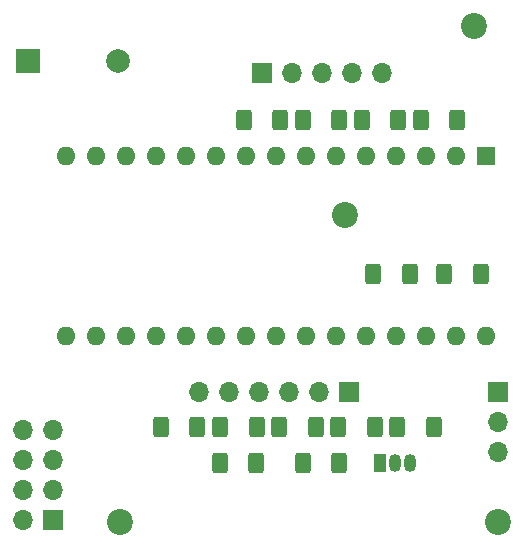
<source format=gbr>
%TF.GenerationSoftware,KiCad,Pcbnew,(6.0.6-0)*%
%TF.CreationDate,2022-07-04T00:10:09+08:00*%
%TF.ProjectId,test,74657374-2e6b-4696-9361-645f70636258,rev?*%
%TF.SameCoordinates,Original*%
%TF.FileFunction,Soldermask,Bot*%
%TF.FilePolarity,Negative*%
%FSLAX46Y46*%
G04 Gerber Fmt 4.6, Leading zero omitted, Abs format (unit mm)*
G04 Created by KiCad (PCBNEW (6.0.6-0)) date 2022-07-04 00:10:09*
%MOMM*%
%LPD*%
G01*
G04 APERTURE LIST*
G04 Aperture macros list*
%AMRoundRect*
0 Rectangle with rounded corners*
0 $1 Rounding radius*
0 $2 $3 $4 $5 $6 $7 $8 $9 X,Y pos of 4 corners*
0 Add a 4 corners polygon primitive as box body*
4,1,4,$2,$3,$4,$5,$6,$7,$8,$9,$2,$3,0*
0 Add four circle primitives for the rounded corners*
1,1,$1+$1,$2,$3*
1,1,$1+$1,$4,$5*
1,1,$1+$1,$6,$7*
1,1,$1+$1,$8,$9*
0 Add four rect primitives between the rounded corners*
20,1,$1+$1,$2,$3,$4,$5,0*
20,1,$1+$1,$4,$5,$6,$7,0*
20,1,$1+$1,$6,$7,$8,$9,0*
20,1,$1+$1,$8,$9,$2,$3,0*%
G04 Aperture macros list end*
%ADD10C,2.200000*%
%ADD11R,1.050000X1.500000*%
%ADD12O,1.050000X1.500000*%
%ADD13R,1.700000X1.700000*%
%ADD14O,1.700000X1.700000*%
%ADD15R,1.600000X1.600000*%
%ADD16O,1.600000X1.600000*%
%ADD17R,2.000000X2.000000*%
%ADD18C,2.000000*%
%ADD19RoundRect,0.250000X0.400000X0.625000X-0.400000X0.625000X-0.400000X-0.625000X0.400000X-0.625000X0*%
%ADD20RoundRect,0.250000X-0.400000X-0.625000X0.400000X-0.625000X0.400000X0.625000X-0.400000X0.625000X0*%
G04 APERTURE END LIST*
D10*
%TO.C,M2*%
X165000000Y-84000000D03*
%TD*%
D11*
%TO.C,Q1*%
X157000000Y-121000000D03*
D12*
X158270000Y-121000000D03*
X159540000Y-121000000D03*
%TD*%
D13*
%TO.C,J1_PWR*%
X167000000Y-115000000D03*
D14*
X167000000Y-117540000D03*
X167000000Y-120080000D03*
%TD*%
D13*
%TO.C,J2_2.4G*%
X129275000Y-125800000D03*
D14*
X126735000Y-125800000D03*
X129275000Y-123260000D03*
X126735000Y-123260000D03*
X129275000Y-120720000D03*
X126735000Y-120720000D03*
X129275000Y-118180000D03*
X126735000Y-118180000D03*
%TD*%
D15*
%TO.C,Arduino1*%
X166000000Y-95000000D03*
D16*
X163460000Y-95000000D03*
X160920000Y-95000000D03*
X158380000Y-95000000D03*
X155840000Y-95000000D03*
X153300000Y-95000000D03*
X150760000Y-95000000D03*
X148220000Y-95000000D03*
X145680000Y-95000000D03*
X143140000Y-95000000D03*
X140600000Y-95000000D03*
X138060000Y-95000000D03*
X135520000Y-95000000D03*
X132980000Y-95000000D03*
X130440000Y-95000000D03*
X130440000Y-110240000D03*
X132980000Y-110240000D03*
X135520000Y-110240000D03*
X138060000Y-110240000D03*
X140600000Y-110240000D03*
X143140000Y-110240000D03*
X145680000Y-110240000D03*
X148220000Y-110240000D03*
X150760000Y-110240000D03*
X153300000Y-110240000D03*
X155840000Y-110240000D03*
X158380000Y-110240000D03*
X160920000Y-110240000D03*
X163460000Y-110240000D03*
X166000000Y-110240000D03*
%TD*%
D17*
%TO.C,BZ1*%
X127200000Y-87000000D03*
D18*
X134800000Y-87000000D03*
%TD*%
D10*
%TO.C,M2*%
X167000000Y-126000000D03*
%TD*%
D13*
%TO.C,J3_LED*%
X154350000Y-115000000D03*
D14*
X151810000Y-115000000D03*
X149270000Y-115000000D03*
X146730000Y-115000000D03*
X144190000Y-115000000D03*
X141650000Y-115000000D03*
%TD*%
D10*
%TO.C,M2*%
X135000000Y-126000000D03*
%TD*%
D13*
%TO.C,J5_BUTTON*%
X147000000Y-88000000D03*
D14*
X149540000Y-88000000D03*
X152080000Y-88000000D03*
X154620000Y-88000000D03*
X157160000Y-88000000D03*
%TD*%
D10*
%TO.C,M2*%
X154000000Y-100000000D03*
%TD*%
D19*
%TO.C,R12*%
X153545238Y-121000000D03*
X150445238Y-121000000D03*
%TD*%
D20*
%TO.C,R11*%
X156450000Y-105000000D03*
X159550000Y-105000000D03*
%TD*%
D19*
%TO.C,R10*%
X161550000Y-118000000D03*
X158450000Y-118000000D03*
%TD*%
D20*
%TO.C,R2*%
X155450000Y-92000000D03*
X158550000Y-92000000D03*
%TD*%
D19*
%TO.C,R5*%
X141550000Y-118000000D03*
X138450000Y-118000000D03*
%TD*%
%TO.C,R13*%
X146545238Y-121000000D03*
X143445238Y-121000000D03*
%TD*%
D20*
%TO.C,R7*%
X148450000Y-118000000D03*
X151550000Y-118000000D03*
%TD*%
%TO.C,R1*%
X160450000Y-92000000D03*
X163550000Y-92000000D03*
%TD*%
%TO.C,R4*%
X145450000Y-92000000D03*
X148550000Y-92000000D03*
%TD*%
D19*
%TO.C,R8*%
X165550000Y-105000000D03*
X162450000Y-105000000D03*
%TD*%
D20*
%TO.C,R3*%
X150450000Y-92000000D03*
X153550000Y-92000000D03*
%TD*%
D19*
%TO.C,R6*%
X146550000Y-118000000D03*
X143450000Y-118000000D03*
%TD*%
D20*
%TO.C,R9*%
X153450000Y-118000000D03*
X156550000Y-118000000D03*
%TD*%
M02*

</source>
